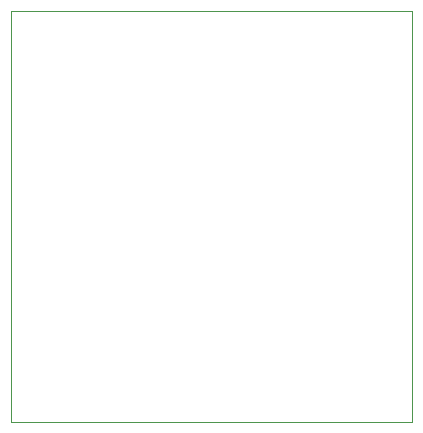
<source format=gbr>
G04 #@! TF.GenerationSoftware,KiCad,Pcbnew,5.1.6-1.fc32*
G04 #@! TF.CreationDate,2020-07-03T18:31:44+02:00*
G04 #@! TF.ProjectId,BoatFanControl,426f6174-4661-46e4-936f-6e74726f6c2e,rev?*
G04 #@! TF.SameCoordinates,PX5140c80PY5efc680*
G04 #@! TF.FileFunction,Profile,NP*
%FSLAX46Y46*%
G04 Gerber Fmt 4.6, Leading zero omitted, Abs format (unit mm)*
G04 Created by KiCad (PCBNEW 5.1.6-1.fc32) date 2020-07-03 18:31:44*
%MOMM*%
%LPD*%
G01*
G04 APERTURE LIST*
G04 #@! TA.AperFunction,Profile*
%ADD10C,0.100000*%
G04 #@! TD*
G04 APERTURE END LIST*
D10*
X-200000Y34600000D02*
X-200000Y-200000D01*
X33800000Y34600000D02*
X-200000Y34600000D01*
X33800000Y-200000D02*
X33800000Y34600000D01*
X-200000Y-200000D02*
X33800000Y-200000D01*
M02*

</source>
